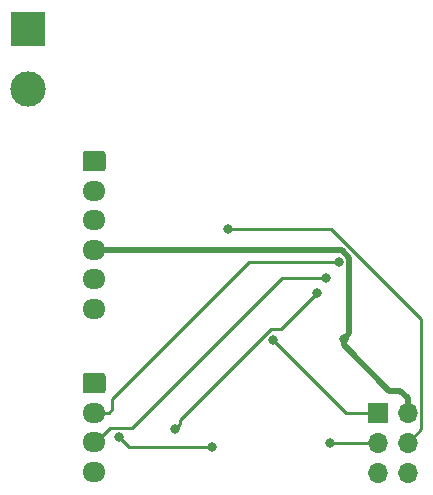
<source format=gbr>
G04 #@! TF.GenerationSoftware,KiCad,Pcbnew,5.0.2+dfsg1-1~bpo9+1*
G04 #@! TF.CreationDate,2019-09-13T19:08:42+10:00*
G04 #@! TF.ProjectId,interface,696e7465-7266-4616-9365-2e6b69636164,rev?*
G04 #@! TF.SameCoordinates,Original*
G04 #@! TF.FileFunction,Copper,L2,Bot*
G04 #@! TF.FilePolarity,Positive*
%FSLAX46Y46*%
G04 Gerber Fmt 4.6, Leading zero omitted, Abs format (unit mm)*
G04 Created by KiCad (PCBNEW 5.0.2+dfsg1-1~bpo9+1) date Пт 13 сен 2019 19:08:42*
%MOMM*%
%LPD*%
G01*
G04 APERTURE LIST*
G04 #@! TA.AperFunction,Conductor*
%ADD10C,0.100000*%
G04 #@! TD*
G04 #@! TA.AperFunction,ComponentPad*
%ADD11C,1.700000*%
G04 #@! TD*
G04 #@! TA.AperFunction,ComponentPad*
%ADD12O,1.950000X1.700000*%
G04 #@! TD*
G04 #@! TA.AperFunction,ComponentPad*
%ADD13R,1.700000X1.700000*%
G04 #@! TD*
G04 #@! TA.AperFunction,ComponentPad*
%ADD14O,1.700000X1.700000*%
G04 #@! TD*
G04 #@! TA.AperFunction,ComponentPad*
%ADD15R,3.000000X3.000000*%
G04 #@! TD*
G04 #@! TA.AperFunction,ComponentPad*
%ADD16C,3.000000*%
G04 #@! TD*
G04 #@! TA.AperFunction,ViaPad*
%ADD17C,0.800000*%
G04 #@! TD*
G04 #@! TA.AperFunction,Conductor*
%ADD18C,0.250000*%
G04 #@! TD*
G04 #@! TA.AperFunction,Conductor*
%ADD19C,0.500000*%
G04 #@! TD*
G04 APERTURE END LIST*
D10*
G04 #@! TO.N,+5V*
G04 #@! TO.C,P3*
G36*
X101841504Y-90591204D02*
X101865773Y-90594804D01*
X101889571Y-90600765D01*
X101912671Y-90609030D01*
X101934849Y-90619520D01*
X101955893Y-90632133D01*
X101975598Y-90646747D01*
X101993777Y-90663223D01*
X102010253Y-90681402D01*
X102024867Y-90701107D01*
X102037480Y-90722151D01*
X102047970Y-90744329D01*
X102056235Y-90767429D01*
X102062196Y-90791227D01*
X102065796Y-90815496D01*
X102067000Y-90840000D01*
X102067000Y-92040000D01*
X102065796Y-92064504D01*
X102062196Y-92088773D01*
X102056235Y-92112571D01*
X102047970Y-92135671D01*
X102037480Y-92157849D01*
X102024867Y-92178893D01*
X102010253Y-92198598D01*
X101993777Y-92216777D01*
X101975598Y-92233253D01*
X101955893Y-92247867D01*
X101934849Y-92260480D01*
X101912671Y-92270970D01*
X101889571Y-92279235D01*
X101865773Y-92285196D01*
X101841504Y-92288796D01*
X101817000Y-92290000D01*
X100367000Y-92290000D01*
X100342496Y-92288796D01*
X100318227Y-92285196D01*
X100294429Y-92279235D01*
X100271329Y-92270970D01*
X100249151Y-92260480D01*
X100228107Y-92247867D01*
X100208402Y-92233253D01*
X100190223Y-92216777D01*
X100173747Y-92198598D01*
X100159133Y-92178893D01*
X100146520Y-92157849D01*
X100136030Y-92135671D01*
X100127765Y-92112571D01*
X100121804Y-92088773D01*
X100118204Y-92064504D01*
X100117000Y-92040000D01*
X100117000Y-90840000D01*
X100118204Y-90815496D01*
X100121804Y-90791227D01*
X100127765Y-90767429D01*
X100136030Y-90744329D01*
X100146520Y-90722151D01*
X100159133Y-90701107D01*
X100173747Y-90681402D01*
X100190223Y-90663223D01*
X100208402Y-90646747D01*
X100228107Y-90632133D01*
X100249151Y-90619520D01*
X100271329Y-90609030D01*
X100294429Y-90600765D01*
X100318227Y-90594804D01*
X100342496Y-90591204D01*
X100367000Y-90590000D01*
X101817000Y-90590000D01*
X101841504Y-90591204D01*
X101841504Y-90591204D01*
G37*
D11*
G04 #@! TD*
G04 #@! TO.P,P3,1*
G04 #@! TO.N,+5V*
X101092000Y-91440000D03*
D12*
G04 #@! TO.P,P3,2*
G04 #@! TO.N,/RX*
X101092000Y-93940000D03*
G04 #@! TO.P,P3,3*
G04 #@! TO.N,/TX*
X101092000Y-96440000D03*
G04 #@! TO.P,P3,4*
G04 #@! TO.N,GND*
X101092000Y-98940000D03*
G04 #@! TD*
D10*
G04 #@! TO.N,Net-(P1-Pad1)*
G04 #@! TO.C,P1*
G36*
X101841504Y-71795204D02*
X101865773Y-71798804D01*
X101889571Y-71804765D01*
X101912671Y-71813030D01*
X101934849Y-71823520D01*
X101955893Y-71836133D01*
X101975598Y-71850747D01*
X101993777Y-71867223D01*
X102010253Y-71885402D01*
X102024867Y-71905107D01*
X102037480Y-71926151D01*
X102047970Y-71948329D01*
X102056235Y-71971429D01*
X102062196Y-71995227D01*
X102065796Y-72019496D01*
X102067000Y-72044000D01*
X102067000Y-73244000D01*
X102065796Y-73268504D01*
X102062196Y-73292773D01*
X102056235Y-73316571D01*
X102047970Y-73339671D01*
X102037480Y-73361849D01*
X102024867Y-73382893D01*
X102010253Y-73402598D01*
X101993777Y-73420777D01*
X101975598Y-73437253D01*
X101955893Y-73451867D01*
X101934849Y-73464480D01*
X101912671Y-73474970D01*
X101889571Y-73483235D01*
X101865773Y-73489196D01*
X101841504Y-73492796D01*
X101817000Y-73494000D01*
X100367000Y-73494000D01*
X100342496Y-73492796D01*
X100318227Y-73489196D01*
X100294429Y-73483235D01*
X100271329Y-73474970D01*
X100249151Y-73464480D01*
X100228107Y-73451867D01*
X100208402Y-73437253D01*
X100190223Y-73420777D01*
X100173747Y-73402598D01*
X100159133Y-73382893D01*
X100146520Y-73361849D01*
X100136030Y-73339671D01*
X100127765Y-73316571D01*
X100121804Y-73292773D01*
X100118204Y-73268504D01*
X100117000Y-73244000D01*
X100117000Y-72044000D01*
X100118204Y-72019496D01*
X100121804Y-71995227D01*
X100127765Y-71971429D01*
X100136030Y-71948329D01*
X100146520Y-71926151D01*
X100159133Y-71905107D01*
X100173747Y-71885402D01*
X100190223Y-71867223D01*
X100208402Y-71850747D01*
X100228107Y-71836133D01*
X100249151Y-71823520D01*
X100271329Y-71813030D01*
X100294429Y-71804765D01*
X100318227Y-71798804D01*
X100342496Y-71795204D01*
X100367000Y-71794000D01*
X101817000Y-71794000D01*
X101841504Y-71795204D01*
X101841504Y-71795204D01*
G37*
D11*
G04 #@! TD*
G04 #@! TO.P,P1,1*
G04 #@! TO.N,Net-(P1-Pad1)*
X101092000Y-72644000D03*
D12*
G04 #@! TO.P,P1,2*
G04 #@! TO.N,Net-(P1-Pad2)*
X101092000Y-75144000D03*
G04 #@! TO.P,P1,3*
G04 #@! TO.N,Net-(P1-Pad3)*
X101092000Y-77644000D03*
G04 #@! TO.P,P1,4*
G04 #@! TO.N,+5V*
X101092000Y-80144000D03*
G04 #@! TO.P,P1,5*
G04 #@! TO.N,+24V*
X101092000Y-82644000D03*
G04 #@! TO.P,P1,6*
G04 #@! TO.N,GND*
X101092000Y-85144000D03*
G04 #@! TD*
D13*
G04 #@! TO.P,P2,1*
G04 #@! TO.N,/MISO*
X125095000Y-93980000D03*
D14*
G04 #@! TO.P,P2,2*
G04 #@! TO.N,+5V*
X127635000Y-93980000D03*
G04 #@! TO.P,P2,3*
G04 #@! TO.N,/SCK*
X125095000Y-96520000D03*
G04 #@! TO.P,P2,4*
G04 #@! TO.N,/MOSI*
X127635000Y-96520000D03*
G04 #@! TO.P,P2,5*
G04 #@! TO.N,/RST*
X125095000Y-99060000D03*
G04 #@! TO.P,P2,6*
G04 #@! TO.N,GND*
X127635000Y-99060000D03*
G04 #@! TD*
D15*
G04 #@! TO.P,J1,1*
G04 #@! TO.N,+24V*
X95504000Y-61468000D03*
D16*
G04 #@! TO.P,J1,2*
G04 #@! TO.N,GND*
X95504000Y-66548000D03*
G04 #@! TD*
D17*
G04 #@! TO.N,/PHASEB*
X103231100Y-96014200D03*
X111044900Y-96808300D03*
G04 #@! TO.N,/PHASEA*
X107966000Y-95292900D03*
X119941800Y-83820000D03*
G04 #@! TO.N,+5V*
X122252500Y-87675100D03*
G04 #@! TO.N,/MISO*
X116217100Y-87761700D03*
G04 #@! TO.N,/SCK*
X121067400Y-96520000D03*
G04 #@! TO.N,/MOSI*
X112461600Y-78345900D03*
G04 #@! TO.N,/RX*
X121833500Y-81196700D03*
G04 #@! TO.N,/TX*
X120708000Y-82555000D03*
G04 #@! TD*
D18*
G04 #@! TO.N,/PHASEB*
X103231100Y-96014200D02*
X104025200Y-96808300D01*
X104025200Y-96808300D02*
X111044900Y-96808300D01*
G04 #@! TO.N,/PHASEA*
X107966000Y-94982300D02*
X107966000Y-95292900D01*
X108365999Y-94892901D02*
X107966000Y-95292900D01*
X108365999Y-94539799D02*
X108365999Y-94892901D01*
X116086099Y-86819699D02*
X108365999Y-94539799D01*
X116942101Y-86819699D02*
X116086099Y-86819699D01*
X119941800Y-83820000D02*
X116942101Y-86819699D01*
D19*
G04 #@! TO.N,+5V*
X101092000Y-80144000D02*
X122046000Y-80144000D01*
X122046000Y-80144000D02*
X122712900Y-80810900D01*
X122712900Y-80810900D02*
X122712900Y-87214700D01*
X122712900Y-87214700D02*
X122252500Y-87675100D01*
X122252500Y-88240785D02*
X126086715Y-92075000D01*
X122252500Y-87675100D02*
X122252500Y-88240785D01*
X126086715Y-92075000D02*
X127000000Y-92075000D01*
X127635000Y-92710000D02*
X127635000Y-93980000D01*
X127000000Y-92075000D02*
X127635000Y-92710000D01*
D18*
G04 #@! TO.N,/MISO*
X125095000Y-93980000D02*
X122435400Y-93980000D01*
X122435400Y-93980000D02*
X116217100Y-87761700D01*
G04 #@! TO.N,/SCK*
X123919700Y-96520000D02*
X121067400Y-96520000D01*
X125095000Y-96520000D02*
X123919700Y-96520000D01*
G04 #@! TO.N,/MOSI*
X128812700Y-95342300D02*
X127635000Y-96520000D01*
X128812700Y-86023800D02*
X128812700Y-95342300D01*
X121134800Y-78345900D02*
X128812700Y-86023800D01*
X112461600Y-78345900D02*
X121134800Y-78345900D01*
G04 #@! TO.N,/RX*
X102317000Y-93940000D02*
X101092000Y-93940000D01*
X121833500Y-81196700D02*
X114175900Y-81196700D01*
X114175900Y-81196700D02*
X102607900Y-92764700D01*
X102607900Y-92764700D02*
X102607900Y-93649100D01*
X102607900Y-93649100D02*
X102317000Y-93940000D01*
G04 #@! TO.N,/TX*
X104357600Y-95264700D02*
X104342900Y-95250000D01*
X102407000Y-95250000D02*
X101217000Y-96440000D01*
X101217000Y-96440000D02*
X101092000Y-96440000D01*
X104342900Y-95250000D02*
X102407000Y-95250000D01*
X117037900Y-82555000D02*
X104342900Y-95250000D01*
X120708000Y-82555000D02*
X117037900Y-82555000D01*
G04 #@! TD*
M02*

</source>
